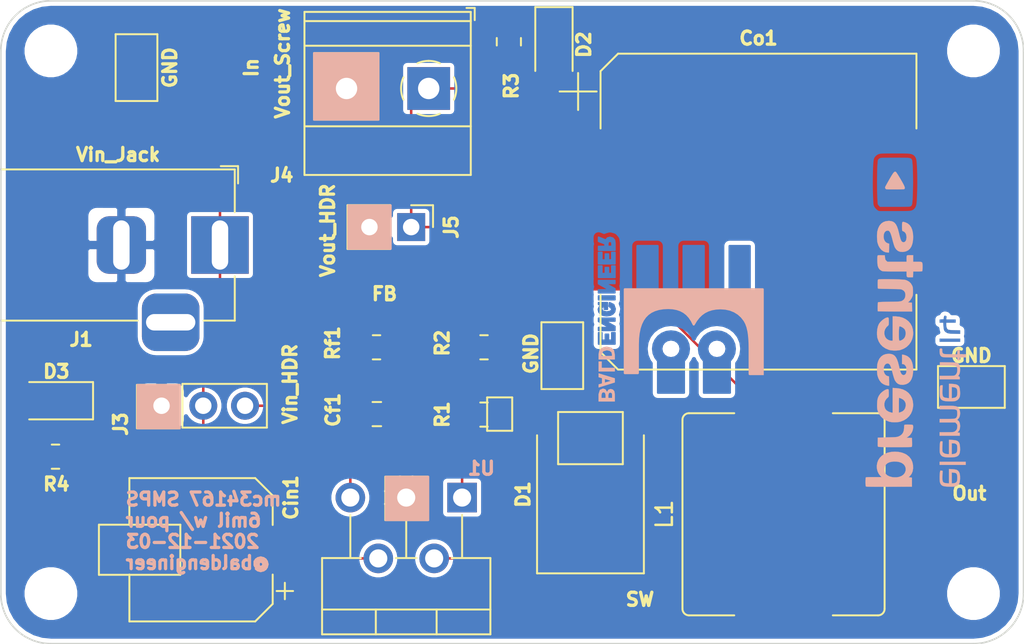
<source format=kicad_pcb>
(kicad_pcb (version 20171130) (host pcbnew "(5.1.10)-1")
  (layers (0 F.Cu signal hide) (31 B.Cu signal hide) (34 B.Paste user) (35 F.Paste user) (36 B.SilkS user) (37 F.SilkS user) (38 B.Mask user) (39 F.Mask user) (44 Edge.Cuts user))
  (net 0 "")
  (net 1 "Net-(Cf1-Pad2)")
  (net 2 /Comp)
  (net 3 GND)
  (net 4 /Vin)
  (net 5 /Vout)
  (net 6 /SW)
  (net 7 /Fb)
  (net 8 "Net-(D2-Pad2)")
  (net 9 "Net-(D3-Pad2)")
  (module "My Libraries:BE10v2" (layer B.Cu) (at 165.608 118.11 90)
    (fp_text reference svg2mod hide)
    (fp_text value G*** hide)
    (fp_poly (pts (xy 3.21 -4.483646) (xy 2.687226 -5.349923) (xy 2.809062 -5.164177) (xy 2.989492 -5.039274) (xy 3.21 -4.993561) (xy 3.431562 -5.039636) (xy 3.611875 -5.165143) (xy 3.733125 -5.351009) (xy 3.7775 -5.578161) (xy 3.733125 -5.806802) (xy 3.611875 -5.993433) (xy 3.431562 -6.119221) (xy 3.21 -6.165336) (xy 2.988437 -6.119221) (xy 2.808125 -5.993433) (xy 2.686875 -5.806802) (xy 2.6425 -5.578161) (xy 2.687226 -5.349923) (xy 3.21 -4.483646) (xy 2.933796 -4.521323) (xy 2.68537 -4.627102) (xy 2.4725 -4.790111) (xy 0.5375 -4.790111) (xy 0.5375 -6.366211) (xy 2.4725 -6.366211) (xy 2.684259 -6.530365) (xy 2.933241 -6.635572) (xy 3.21 -6.672675) (xy 3.492697 -6.633628) (xy 3.746574 -6.523402) (xy 3.961562 -6.352369) (xy 4.127592 -6.130903) (xy 4.234595 -5.869376) (xy 4.2725 -5.578161) (xy 4.234595 -5.286946) (xy 4.127592 -5.025419) (xy 3.961562 -4.803953) (xy 3.746574 -4.63292) (xy 3.492697 -4.522694) (xy 3.21 -4.483646)) (layer B.Cu) (width 0.134262))
    (fp_poly (pts (xy 6.83 -0.788051) (xy 9.465 -0.788051) (xy 9.465 -2.011331) (xy 6.83 -2.011331) (xy 6.83 -0.788051)) (layer B.Cu) (width 0.134262))
    (fp_poly (pts (xy 6.83 -3.587432) (xy 9.465 -3.587432) (xy 9.465 -4.810713) (xy 6.83 -4.810713) (xy 6.83 -3.587432)) (layer B.Cu) (width 0.134262))
    (fp_poly (pts (xy 6.83 -6.39454) (xy 9.465 -6.39454) (xy 9.465 -7.617821) (xy 6.83 -7.617821) (xy 6.83 -6.39454)) (layer B.Cu) (width 0.134262))
    (fp_poly (pts (xy 3.21 -1.689415) (xy 2.687226 -2.555289) (xy 2.809062 -2.368658) (xy 2.989492 -2.242869) (xy 3.21 -2.196755) (xy 3.431562 -2.242869) (xy 3.611875 -2.368658) (xy 3.733125 -2.555289) (xy 3.7775 -2.78393) (xy 3.733125 -3.011082) (xy 3.611875 -3.196948) (xy 3.431562 -3.322455) (xy 3.21 -3.368529) (xy 2.988437 -3.322455) (xy 2.808125 -3.196948) (xy 2.686875 -3.011082) (xy 2.6425 -2.78393) (xy 2.687226 -2.555289) (xy 3.21 -1.689415) (xy 2.933796 -1.727091) (xy 2.68537 -1.832871) (xy 2.4725 -1.995879) (xy 0.5375 -1.995879) (xy 0.5375 -3.57198) (xy 2.4725 -3.57198) (xy 2.684259 -3.736134) (xy 2.933241 -3.841341) (xy 3.21 -3.878444) (xy 3.492697 -3.839397) (xy 3.746574 -3.729171) (xy 3.961562 -3.558138) (xy 4.127592 -3.336672) (xy 4.234595 -3.075145) (xy 4.2725 -2.78393) (xy 4.234595 -2.492715) (xy 4.127592 -2.231188) (xy 3.961562 -2.009722) (xy 3.746574 -1.838689) (xy 3.492697 -1.728463) (xy 3.21 -1.689415)) (layer B.Cu) (width 0.134262))
    (fp_poly (pts (xy 4.19 -9.178469) (xy 3.73 -9.178469) (xy 3.73 -9.38192) (xy 4.0925 -9.38192) (xy 4.0925 -9.569919) (xy 3.73 -9.569919) (xy 3.73 -9.786247) (xy 4.19 -9.786247) (xy 4.19 -9.984547) (xy 3.5 -9.984547) (xy 3.5 -8.987895) (xy 4.19 -8.987895) (xy 4.19 -9.178469)) (layer B.Cu) (width 0.095901))
    (fp_poly (pts (xy 5.07 -8.99047) (xy 5.07 -9.987123) (xy 4.8775 -9.987123) (xy 4.5 -9.312387) (xy 4.502487 -9.345866) (xy 4.504974 -9.389646) (xy 4.504974 -9.987123) (xy 4.327474 -9.987123) (xy 4.327474 -8.99047) (xy 4.572474 -8.99047) (xy 4.902474 -9.577645) (xy 4.897473 -9.510687) (xy 4.897473 -8.99047) (xy 5.07 -8.99047)) (layer B.Cu) (width 0.095901))
    (fp_poly (pts (xy 6.02 -9.454029) (xy 6.02 -9.987123) (xy 5.9175 -9.987123) (xy 5.885 -9.871233) (xy 5.62 -9.999999) (xy 5.451875 -9.965232) (xy 5.325 -9.860931) (xy 5.24625 -9.700939) (xy 5.22 -9.500386) (xy 5.248125 -9.285346) (xy 5.3325 -9.116662) (xy 5.465312 -9.00882) (xy 5.6375 -8.972443) (xy 5.8975 -9.065155) (xy 6.0175 -9.314962) (xy 5.8025 -9.34329) (xy 5.635 -9.163017) (xy 5.495 -9.248003) (xy 5.4475 -9.492659) (xy 5.4975 -9.727014) (xy 5.6425 -9.806849) (xy 5.75 -9.765644) (xy 5.7975 -9.634303) (xy 5.615 -9.634303) (xy 5.615 -9.448879) (xy 6.02 -9.448879) (xy 6.02 -9.454029)) (layer B.Cu) (width 0.095901))
    (fp_poly (pts (xy 6.4225 -8.99047) (xy 6.4225 -9.987123) (xy 6.1975 -9.987123) (xy 6.1975 -8.99047) (xy 6.4225 -8.99047)) (layer B.Cu) (width 0.095901))
    (fp_poly (pts (xy 7.3625 -8.99047) (xy 7.3625 -9.987123) (xy 7.17 -9.987123) (xy 6.7925 -9.314962) (xy 6.794987 -9.348441) (xy 6.797474 -9.392222) (xy 6.797474 -9.989698) (xy 6.619974 -9.989698) (xy 6.619974 -8.993046) (xy 6.864974 -8.993046) (xy 7.194974 -9.580221) (xy 7.189973 -9.513262) (xy 7.189973 -8.993046) (xy 7.362473 -8.993046) (xy 7.3625 -8.99047)) (layer B.Cu) (width 0.095901))
    (fp_poly (pts (xy 8.2475 -9.178469) (xy 7.7875 -9.178469) (xy 7.7875 -9.38192) (xy 8.15 -9.38192) (xy 8.15 -9.569919) (xy 7.7875 -9.569919) (xy 7.7875 -9.786247) (xy 8.2475 -9.786247) (xy 8.2475 -9.984547) (xy 7.5575 -9.984547) (xy 7.5575 -8.987895) (xy 8.2475 -8.987895) (xy 8.2475 -9.178469)) (layer B.Cu) (width 0.095901))
    (fp_poly (pts (xy 9.075 -9.178469) (xy 8.615 -9.178469) (xy 8.615 -9.38192) (xy 8.975 -9.38192) (xy 8.975 -9.569919) (xy 8.6125 -9.569919) (xy 8.6125 -9.786247) (xy 9.075 -9.786247) (xy 9.075 -9.984547) (xy 8.385 -9.984547) (xy 8.385 -8.987895) (xy 9.075 -8.987895) (xy 9.075 -9.178469)) (layer B.Cu) (width 0.095901))
    (fp_poly (pts (xy 9.4375 -9.590522) (xy 9.4375 -9.423126) (xy 9.5775 -9.423126) (xy 9.6775 -9.412825) (xy 9.7325 -9.369045) (xy 9.7575 -9.291785) (xy 9.7325 -9.2171) (xy 9.68 -9.175895) (xy 9.5725 -9.168169) (xy 9.4375 -9.168168) (xy 9.4375 -9.423126) (xy 9.4375 -9.590522) (xy 9.4375 -9.984547) (xy 9.21 -9.984547) (xy 9.21 -8.987895) (xy 9.635 -8.987895) (xy 9.825 -9.016224) (xy 9.9425 -9.119237) (xy 9.99 -9.286633) (xy 9.948437 -9.440509) (xy 9.8225 -9.544166) (xy 10 -9.984547) (xy 9.75 -9.984547) (xy 9.6025 -9.590522) (xy 9.4375 -9.590522)) (layer B.Cu) (width 0.095901))
  )
  (module "e14 Presents KiCad Footprints:e14presents logo 20mm silk and copper v1" (layer B.Cu) (at 175.514 114.086019 90)
    (fp_text reference Ref** hide)
    (fp_text value Val** hide)
    (fp_poly (pts (xy 9.514998 -0.757888) (xy 9.72683 -0.760531) (xy 9.929355 -0.765047) (xy 10.117884 -0.771306) (xy 10.287728 -0.779178) (xy 10.434196 -0.788532) (xy 10.5526 -0.799239) (xy 10.638248 -0.811167) (xy 10.686452 -0.824187) (xy 10.687538 -0.824731) (xy 10.716806 -0.840649) (xy 10.741081 -0.857967) (xy 10.760829 -0.880549) (xy 10.776517 -0.912257) (xy 10.788611 -0.956956) (xy 10.797579 -1.01851) (xy 10.803886 -1.100781) (xy 10.807999 -1.207635) (xy 10.810386 -1.342933) (xy 10.811511 -1.51054) (xy 10.811842 -1.71432) (xy 10.811854 -1.854207) (xy 10.811756 -2.070017) (xy 10.811379 -2.247609) (xy 10.810539 -2.391096) (xy 10.809052 -2.504593) (xy 10.806733 -2.592215) (xy 10.803397 -2.658077) (xy 10.79886 -2.706292) (xy 10.792936 -2.740976) (xy 10.785443 -2.766243) (xy 10.776193 -2.786208) (xy 10.769511 -2.797703) (xy 10.727425 -2.849401) (xy 10.680057 -2.88467) (xy 10.674262 -2.887167) (xy 10.623255 -2.898365) (xy 10.534827 -2.908585) (xy 10.413877 -2.917734) (xy 10.265308 -2.925723) (xy 10.094022 -2.93246) (xy 9.904919 -2.937855) (xy 9.702901 -2.941817) (xy 9.492871 -2.944254) (xy 9.279729 -2.945077) (xy 9.068376 -2.944193) (xy 8.863716 -2.941512) (xy 8.670648 -2.936944) (xy 8.494076 -2.930397) (xy 8.45185 -2.928378) (xy 8.335192 -2.922655) (xy 8.225545 -2.91754) (xy 8.133938 -2.913532) (xy 8.071399 -2.911125) (xy 8.063442 -2.910883) (xy 7.995127 -2.902056) (xy 7.941041 -2.873758) (xy 7.8994 -2.836334) (xy 7.827434 -2.764367) (xy 7.827434 -1.856793) (xy 7.827436 -1.853) (xy 8.906934 -1.853) (xy 8.907031 -2.015157) (xy 8.90762 -2.140209) (xy 8.90914 -2.233383) (xy 8.912034 -2.299907) (xy 8.916744 -2.345008) (xy 8.923711 -2.373914) (xy 8.933378 -2.391853) (xy 8.946185 -2.404052) (xy 8.953977 -2.409683) (xy 8.990849 -2.433944) (xy 9.007894 -2.442634) (xy 9.02735 -2.432505) (xy 9.07834 -2.404051) (xy 9.155766 -2.360169) (xy 9.254532 -2.303757) (xy 9.369543 -2.237712) (xy 9.456594 -2.187527) (xy 9.581515 -2.114743) (xy 9.694915 -2.047426) (xy 9.791367 -1.988899) (xy 9.865444 -1.942483) (xy 9.911719 -1.911501) (xy 9.924372 -1.90115) (xy 9.938992 -1.875388) (xy 9.937873 -1.847897) (xy 9.91777 -1.815983) (xy 9.875439 -1.776955) (xy 9.807634 -1.728119) (xy 9.711111 -1.666785) (xy 9.582624 -1.59026) (xy 9.473605 -1.527175) (xy 9.34929 -1.456749) (xy 9.235373 -1.394061) (xy 9.137534 -1.342088) (xy 9.061451 -1.303807) (xy 9.012803 -1.282195) (xy 8.999167 -1.278467) (xy 8.971737 -1.280377) (xy 8.950354 -1.289223) (xy 8.934266 -1.309677) (xy 8.922725 -1.346408) (xy 8.914979 -1.40409) (xy 8.910279 -1.487394) (xy 8.907876 -1.600991) (xy 8.907018 -1.749553) (xy 8.906934 -1.853) (xy 7.827436 -1.853) (xy 7.827594 -1.633324) (xy 7.828165 -1.448378) (xy 7.829276 -1.298143) (xy 7.831061 -1.17881) (xy 7.833651 -1.086568) (xy 7.837178 -1.017608) (xy 7.841774 -0.968118) (xy 7.84757 -0.934289) (xy 7.854699 -0.91231) (xy 7.860468 -0.902056) (xy 7.882341 -0.873701) (xy 7.907246 -0.85062) (xy 7.939769 -0.832056) (xy 7.984491 -0.817252) (xy 8.045999 -0.805451) (xy 8.128875 -0.795897) (xy 8.237704 -0.787833) (xy 8.37707 -0.780501) (xy 8.551556 -0.773145) (xy 8.668409 -0.768654) (xy 8.870567 -0.762502) (xy 9.082177 -0.758743) (xy 9.298551 -0.757249) (xy 9.514998 -0.757888)) (layer B.Cu) (width 0.01))
    (fp_poly (pts (xy -0.194733 0.859366) (xy -0.385233 0.859366) (xy -0.385233 2.1082) (xy -0.194733 2.1082) (xy -0.194733 0.859366)) (layer B.Cu) (width 0.01))
    (fp_poly (pts (xy 0.316932 1.764241) (xy 0.322588 1.601748) (xy 0.331013 1.481291) (xy 0.342225 1.402665) (xy 0.352561 1.370866) (xy 0.406331 1.316429) (xy 0.494127 1.279685) (xy 0.61069 1.262558) (xy 0.651254 1.261533) (xy 0.778934 1.261533) (xy 0.778934 1.833033) (xy 0.969434 1.833033) (xy 0.969434 1.263528) (xy 1.072124 1.27569) (xy 1.134262 1.281178) (xy 1.167003 1.275763) (xy 1.182724 1.255389) (xy 1.188252 1.237651) (xy 1.199134 1.182453) (xy 1.1894 1.150231) (xy 1.151481 1.131826) (xy 1.091142 1.120157) (xy 0.980017 1.102552) (xy 0.967321 0.859366) (xy 0.778934 0.859366) (xy 0.778934 1.088113) (xy 0.583142 1.095541) (xy 0.446435 1.10602) (xy 0.343672 1.128016) (xy 0.267208 1.165149) (xy 0.209395 1.221041) (xy 0.165541 1.293283) (xy 0.145918 1.335848) (xy 0.131597 1.377617) (xy 0.121524 1.426585) (xy 0.114646 1.490748) (xy 0.109909 1.578101) (xy 0.106259 1.69664) (xy 0.10489 1.753658) (xy 0.096715 2.1082) (xy 0.308916 2.1082) (xy 0.316932 1.764241)) (layer B.Cu) (width 0.01))
  )
  (module Inductor_SMD:L_Bourns_SRR1210A (layer F.Cu) (at 166.878 124.968 90)
    (fp_text reference L1 (at 0 -7.25 90) (layer F.SilkS))
    (fp_text value 180u)
    (pad 1 smd rect (at -5.05 0 90) (size 2.8 5.3) (layers F.Cu F.Paste F.Mask) (net 6 /SW))
    (pad 2 smd rect (at 5.05 0 90) (size 2.8 5.3) (layers F.Cu F.Paste F.Mask) (net 5 /Vout))
  )
  (module "My Libraries:Harwin-S1751-46-Test-Point" (layer F.Cu) (at 127.508 97.79 90)
    (fp_text reference TP7 hide)
    (fp_text value GND (at -0.000001 2.032 90) (layer F.SilkS) (effects (font (size 0.8 0.8) (thickness 0.2))))
    (pad 1 smd rect (at 0 0 90) (size 3.45 1.85) (layers F.Cu F.Paste F.Mask) (net 3 GND))
  )
  (module "My Libraries:Harwin-S1751-46-Test-Point" (layer F.Cu) (at 153.416 115.316 90)
    (fp_text reference TP6 hide)
    (fp_text value GND (at 0.127 -1.905 270) (layer F.SilkS) (effects (font (size 0.8 0.8) (thickness 0.2))))
    (pad 1 smd rect (at 0 0 90) (size 3.45 1.85) (layers F.Cu F.Paste F.Mask) (net 3 GND))
  )
  (module "My Libraries:Harwin-S1751-46-Test-Point" (layer F.Cu) (at 178.308 117.221)
    (fp_text reference TP5 hide)
    (fp_text value GND (at 0 -1.905) (layer F.SilkS) (effects (font (size 0.8 0.8) (thickness 0.2))))
    (pad 1 smd rect (at 0 0) (size 3.45 1.85) (layers F.Cu F.Paste F.Mask) (net 3 GND))
  )
  (module MountingHole:MountingHole_2.7mm_M2.5 (layer F.Cu) (at 178.435 96.774)
    (fp_text reference H4 hide)
    (fp_text value MountingHole)
    (pad 1 np_thru_hole circle (at 0 0) (size 2.7 2.7) (drill 2.7) (layers *.Cu *.Mask))
  )
  (module MountingHole:MountingHole_2.7mm_M2.5 (layer F.Cu) (at 122.301 129.794)
    (fp_text reference H3 hide)
    (fp_text value MountingHole)
    (pad 1 np_thru_hole circle (at 0 0) (size 2.7 2.7) (drill 2.7) (layers *.Cu *.Mask))
  )
  (module MountingHole:MountingHole_2.7mm_M2.5 (layer F.Cu) (at 178.435 129.794)
    (fp_text reference H2 hide)
    (fp_text value MountingHole)
    (pad 1 np_thru_hole circle (at 0 0) (size 2.7 2.7) (drill 2.7) (layers *.Cu *.Mask))
  )
  (module MountingHole:MountingHole_2.7mm_M2.5 (layer F.Cu) (at 122.301 96.774)
    (fp_text reference H1 hide)
    (fp_text value MountingHole)
    (pad 1 np_thru_hole circle (at 0 0) (size 2.7 2.7) (drill 2.7) (layers *.Cu *.Mask))
  )
  (module Resistor_SMD:R_0805_2012Metric (layer F.Cu) (at 122.5804 121.4628 180)
    (fp_text reference R4 (at -0.0508 -1.6764) (layer F.SilkS) (effects (font (size 0.8 0.8) (thickness 0.2))))
    (fp_text value k)
    (pad 2 smd roundrect (at 0.9125 0 180) (size 1.025 1.4) (layers F.Cu F.Paste F.Mask) (roundrect_rratio 0.243902) (net 9 "Net-(D3-Pad2)"))
    (pad 1 smd roundrect (at -0.9125 0 180) (size 1.025 1.4) (layers F.Cu F.Paste F.Mask) (roundrect_rratio 0.243902) (net 4 /Vin))
  )
  (module Resistor_SMD:R_0805_2012Metric (layer F.Cu) (at 150.1648 96.2152 90)
    (fp_text reference R3 (at -2.6924 0.1524 90) (layer F.SilkS) (effects (font (size 0.8 0.8) (thickness 0.2))))
    (fp_text value k)
    (pad 2 smd roundrect (at 0.9125 0 90) (size 1.025 1.4) (layers F.Cu F.Paste F.Mask) (roundrect_rratio 0.243902) (net 8 "Net-(D2-Pad2)"))
    (pad 1 smd roundrect (at -0.9125 0 90) (size 1.025 1.4) (layers F.Cu F.Paste F.Mask) (roundrect_rratio 0.243902) (net 5 /Vout))
  )
  (module LED_SMD:LED_1206_3216Metric (layer F.Cu) (at 122.5804 118.0592 180)
    (fp_text reference D3 (at -0.0508 1.778) (layer F.SilkS) (effects (font (size 0.8 0.8) (thickness 0.2))))
    (fp_text value Vin)
    (pad 2 smd roundrect (at 1.4 0 180) (size 1.25 1.75) (layers F.Cu F.Paste F.Mask) (roundrect_rratio 0.2) (net 9 "Net-(D3-Pad2)"))
    (pad 1 smd roundrect (at -1.4 0 180) (size 1.25 1.75) (layers F.Cu F.Paste F.Mask) (roundrect_rratio 0.2) (net 3 GND))
  )
  (module LED_SMD:LED_1206_3216Metric (layer F.Cu) (at 152.908 96.393 270)
    (fp_text reference D2 (at 0 -1.82 90) (layer F.SilkS) (effects (font (size 0.8 0.8) (thickness 0.2))))
    (fp_text value Vout)
    (pad 2 smd roundrect (at 1.4 0 270) (size 1.25 1.75) (layers F.Cu F.Paste F.Mask) (roundrect_rratio 0.2) (net 8 "Net-(D2-Pad2)"))
    (pad 1 smd roundrect (at -1.4 0 270) (size 1.25 1.75) (layers F.Cu F.Paste F.Mask) (roundrect_rratio 0.2) (net 3 GND))
  )
  (module TerminalBlock_Phoenix:TerminalBlock_Phoenix_MKDS-1,5-2_1x02_P5.00mm_Horizontal (layer F.Cu) (at 145.288 99.06 180)
    (fp_text reference J4 (at 8.9408 -5.2832) (layer F.SilkS) (effects (font (size 0.8 0.8) (thickness 0.2))))
    (fp_text value Vout_Screw (at 8.89 1.524 90) (layer F.SilkS) (effects (font (size 0.8 0.8) (thickness 0.2))))
    (pad 2 thru_hole circle (at 5 0 180) (size 2.6 2.6) (drill 1.3) (layers *.Cu *.Mask) (net 3 GND))
    (pad 1 thru_hole rect (at 0 0 180) (size 2.6 2.6) (drill 1.3) (layers *.Cu *.Mask) (net 5 /Vout))
  )
  (module Connector_PinHeader_2.54mm:PinHeader_1x03_P2.54mm_Vertical (layer F.Cu) (at 129.032 118.364 90)
    (fp_text reference J3 (at -1.1176 -2.4892 270) (layer F.SilkS) (effects (font (size 0.8 0.8) (thickness 0.2))))
    (fp_text value Vin_HDR (at 1.3208 7.8232 90) (layer F.SilkS) (effects (font (size 0.8 0.8) (thickness 0.2))))
    (pad 3 thru_hole oval (at 0 5.08 90) (size 1.7 1.7) (drill 1) (layers *.Cu *.Mask) (net 2 /Comp))
    (pad 2 thru_hole oval (at 0 2.54 90) (size 1.7 1.7) (drill 1) (layers *.Cu *.Mask) (net 4 /Vin))
    (pad 1 thru_hole rect (at 0 0 90) (size 1.7 1.7) (drill 1) (layers *.Cu *.Mask) (net 3 GND))
  )
  (module Package_TO_SOT_THT:TO-220-5_P3.4x3.7mm_StaggerOdd_Lead3.8mm_Vertical (layer F.Cu) (at 147.32 123.952 180)
    (fp_text reference U1 (at -1.1684 1.778) (layer B.SilkS) (effects (font (size 0.8 0.8) (thickness 0.2)) (justify mirror)))
    (fp_text value MC34167)
    (pad 5 thru_hole oval (at 6.8 0 180) (size 1.8 1.8) (drill 1.1) (layers *.Cu *.Mask) (net 2 /Comp))
    (pad 4 thru_hole oval (at 5.1 -3.7 180) (size 1.8 1.8) (drill 1.1) (layers *.Cu *.Mask) (net 4 /Vin))
    (pad 3 thru_hole oval (at 3.4 0 180) (size 1.8 1.8) (drill 1.1) (layers *.Cu *.Mask) (net 3 GND))
    (pad 2 thru_hole oval (at 1.7 -3.7 180) (size 1.8 1.8) (drill 1.1) (layers *.Cu *.Mask) (net 6 /SW))
    (pad 1 thru_hole rect (at 0 0 180) (size 1.8 1.8) (drill 1.1) (layers *.Cu *.Mask) (net 7 /Fb))
  )
  (module "My Libraries:Harwin-S1751-46-Test-Point" (layer F.Cu) (at 178.308 121.793 180)
    (fp_text reference TP4 hide)
    (fp_text value Out (at 0.127 -1.905) (layer F.SilkS) (effects (font (size 0.8 0.8) (thickness 0.2))))
    (pad 1 smd rect (at 0 0 180) (size 3.45 1.85) (layers F.Cu F.Paste F.Mask) (net 5 /Vout))
  )
  (module "My Libraries:Harwin-S1751-46-Test-Point" (layer F.Cu) (at 155.1305 130.2385)
    (fp_text reference TP3 hide)
    (fp_text value SW (at 3.0099 -0.0889) (layer F.SilkS) (effects (font (size 0.8 0.8) (thickness 0.2))))
    (pad 1 smd rect (at 0 0) (size 3.45 1.85) (layers F.Cu F.Paste F.Mask) (net 6 /SW))
  )
  (module "My Libraries:Harwin-S1751-46-Test-Point" (layer F.Cu) (at 145.288 111.5568)
    (fp_text reference TP2 hide)
    (fp_text value FB (at -2.6924 0) (layer F.SilkS) (effects (font (size 0.8 0.8) (thickness 0.2))))
    (pad 1 smd rect (at 0 0) (size 3.45 1.85) (layers F.Cu F.Paste F.Mask) (net 7 /Fb))
  )
  (module "My Libraries:Harwin-S1751-46-Test-Point" (layer F.Cu) (at 132.715 97.79 270)
    (fp_text reference TP1 hide)
    (fp_text value In (at 0 -1.778 90) (layer F.SilkS) (effects (font (size 0.8 0.8) (thickness 0.2))))
    (pad 1 smd rect (at 0 0 270) (size 3.45 1.85) (layers F.Cu F.Paste F.Mask) (net 4 /Vin))
  )
  (module Resistor_SMD:R_0805_2012Metric (layer F.Cu) (at 142.113 114.808 180)
    (fp_text reference Rf1 (at 2.667 0.254 90) (layer F.SilkS) (effects (font (size 0.8 0.8) (thickness 0.2))))
    (fp_text value 68k)
    (pad 2 smd roundrect (at 0.9125 0 180) (size 1.025 1.4) (layers F.Cu F.Paste F.Mask) (roundrect_rratio 0.243902) (net 1 "Net-(Cf1-Pad2)"))
    (pad 1 smd roundrect (at -0.9125 0 180) (size 1.025 1.4) (layers F.Cu F.Paste F.Mask) (roundrect_rratio 0.243902) (net 7 /Fb))
  )
  (module Resistor_SMD:R_0805_2012Metric (layer F.Cu) (at 148.6535 114.808 180)
    (fp_text reference R2 (at 2.54 0.254 90) (layer F.SilkS) (effects (font (size 0.8 0.8) (thickness 0.2))))
    (fp_text value 6.8k)
    (pad 2 smd roundrect (at 0.9125 0 180) (size 1.025 1.4) (layers F.Cu F.Paste F.Mask) (roundrect_rratio 0.243902) (net 7 /Fb))
    (pad 1 smd roundrect (at -0.9125 0 180) (size 1.025 1.4) (layers F.Cu F.Paste F.Mask) (roundrect_rratio 0.243902) (net 5 /Vout))
  )
  (module Resistor_SMD:R_0805_2012Metric (layer F.Cu) (at 148.6535 118.902)
    (fp_text reference R1 (at -2.54 0 90) (layer F.SilkS) (effects (font (size 0.8 0.8) (thickness 0.2))))
    (fp_text value k)
    (pad 2 smd roundrect (at 0.9125 0) (size 1.025 1.4) (layers F.Cu F.Paste F.Mask) (roundrect_rratio 0.243902) (net 3 GND))
    (pad 1 smd roundrect (at -0.9125 0) (size 1.025 1.4) (layers F.Cu F.Paste F.Mask) (roundrect_rratio 0.243902) (net 7 /Fb))
  )
  (module Connector_PinHeader_2.54mm:PinHeader_1x02_P2.54mm_Vertical (layer F.Cu) (at 144.2212 107.4928 270)
    (fp_text reference J5 (at 0 -2.4384 90) (layer F.SilkS) (effects (font (size 0.8 0.8) (thickness 0.2))))
    (fp_text value Vout_HDR (at 0.2032 5.08 90) (layer F.SilkS) (effects (font (size 0.8 0.8) (thickness 0.2))))
    (pad 2 thru_hole oval (at 0 2.54 270) (size 1.7 1.7) (drill 1) (layers *.Cu *.Mask) (net 3 GND))
    (pad 1 thru_hole rect (at 0 0 270) (size 1.7 1.7) (drill 1) (layers *.Cu *.Mask) (net 5 /Vout))
  )
  (module Connector_BarrelJack:BarrelJack_Horizontal (layer F.Cu) (at 132.588 108.585)
    (fp_text reference J1 (at -8.45 5.75) (layer F.SilkS) (effects (font (size 0.8 0.8) (thickness 0.2))))
    (fp_text value Vin_Jack (at -6.2 -5.5) (layer F.SilkS) (effects (font (size 0.8 0.8) (thickness 0.2))))
    (pad 3 thru_hole roundrect (at -3 4.7) (size 3.5 3.5) (drill oval 3 1) (layers *.Cu *.Mask))
    (pad 2 thru_hole roundrect (at -6 0) (size 3 3.5) (drill oval 1 3) (layers *.Cu *.Mask) (net 3 GND))
    (pad 1 thru_hole rect (at 0 0) (size 3.5 3.5) (drill oval 1 3) (layers *.Cu *.Mask) (net 4 /Vin))
  )
  (module Diode_SMD:D_SMC (layer F.Cu) (at 155.1305 123.7615 90)
    (fp_text reference D1 (at 0 -4.1 90) (layer F.SilkS) (effects (font (size 0.8 0.8) (thickness 0.2))))
    (fp_text value 50V,5A)
    (pad 2 smd rect (at 3.4 0 180) (size 3.3 2.5) (layers F.Cu F.Paste F.Mask) (net 3 GND))
    (pad 1 smd rect (at -3.4 0 180) (size 3.3 2.5) (layers F.Cu F.Paste F.Mask) (net 6 /SW))
  )
  (module Capacitor_SMD:CP_Elec_18x17.5 (layer F.Cu) (at 165.354 106.553)
    (fp_text reference Co1 (at 0 -10.55) (layer F.SilkS) (effects (font (size 0.8 0.8) (thickness 0.2))))
    (fp_text value 4700u)
    (pad 2 smd roundrect (at 6.75 0) (size 8.8 9.6) (layers F.Cu F.Paste F.Mask) (roundrect_rratio 0.028409) (net 3 GND))
    (pad 1 smd roundrect (at -6.75 0) (size 8.8 9.6) (layers F.Cu F.Paste F.Mask) (roundrect_rratio 0.028409) (net 5 /Vout))
  )
  (module Capacitor_SMD:CP_Elec_8x10.5 (layer F.Cu) (at 131.435 127.127 180)
    (fp_text reference Cin1 (at -5.471 3.175 90) (layer F.SilkS) (effects (font (size 0.8 0.8) (thickness 0.2))))
    (fp_text value 300u)
    (pad 2 smd roundrect (at 3.7 0 180) (size 4.4 2.5) (layers F.Cu F.Paste F.Mask) (roundrect_rratio 0.1) (net 3 GND))
    (pad 1 smd roundrect (at -3.7 0 180) (size 4.4 2.5) (layers F.Cu F.Paste F.Mask) (roundrect_rratio 0.1) (net 4 /Vin))
  )
  (module Capacitor_SMD:C_0805_2012Metric (layer F.Cu) (at 142.133 118.872)
    (fp_text reference Cf1 (at -2.667 -0.254 90) (layer F.SilkS) (effects (font (size 0.8 0.8) (thickness 0.2))))
    (fp_text value 100n)
    (pad 2 smd roundrect (at 0.95 0) (size 1 1.45) (layers F.Cu F.Paste F.Mask) (net 1 "Net-(Cf1-Pad2)"))
    (pad 1 smd roundrect (at -0.95 0) (size 1 1.45) (layers F.Cu F.Paste F.Mask) (net 2 /Comp))
  )
  (gr_poly (pts (xy 127.5588 119.744801) (xy 130.1588 119.7448) (xy 130.1588 117.0848) (xy 127.5588 117.084801)) (layer B.SilkS) (width 0.1))
  (gr_poly (pts (xy 130.1242 119.7448) (xy 127.5242 119.7448) (xy 127.5242 117.0848) (xy 130.1242 117.0848)) (layer F.SilkS) (width 0.1))
  (gr_poly (pts (xy 142.6718 125.332801) (xy 145.2718 125.3328) (xy 145.2718 122.6728) (xy 142.6718 122.672801)) (layer B.SilkS) (width 0.1))
  (gr_poly (pts (xy 145.2372 125.3328) (xy 142.6372 125.3328) (xy 142.6372 122.6728) (xy 145.2372 122.6728)) (layer F.SilkS) (width 0.1))
  (gr_poly (pts (xy 140.3858 108.822801) (xy 142.9858 108.8228) (xy 142.9858 106.1628) (xy 140.3858 106.162801)) (layer B.SilkS) (width 0.1))
  (gr_poly (pts (xy 142.9512 108.8228) (xy 140.3512 108.8228) (xy 140.3512 106.1628) (xy 142.9512 106.1628)) (layer F.SilkS) (width 0.1))
  (gr_poly (pts (xy 138.302999 100.965) (xy 142.24 100.965) (xy 142.24 96.901) (xy 138.302999 96.901)) (layer B.SilkS) (width 0.1))
  (gr_poly (pts (xy 142.24 100.965) (xy 138.303 100.965) (xy 138.303 96.901) (xy 142.24 96.901)) (layer F.SilkS) (width 0.1))
  (gr_line (start 125.222 128.651) (end 125.222 125.603) (layer F.SilkS) (width 0.12))
  (gr_line (start 130.175 128.651) (end 125.222 128.651) (layer F.SilkS) (width 0.12))
  (gr_line (start 130.175 125.603) (end 130.175 128.651) (layer F.SilkS) (width 0.12))
  (gr_line (start 125.222 125.603) (end 130.175 125.603) (layer F.SilkS) (width 0.12))
  (gr_line (start 148.844 119.888) (end 148.844 117.856) (layer F.SilkS) (width 0.12))
  (gr_line (start 150.368 119.888) (end 148.844 119.888) (layer F.SilkS) (width 0.12))
  (gr_line (start 150.368 117.856) (end 150.368 119.888) (layer F.SilkS) (width 0.12))
  (gr_line (start 148.844 117.856) (end 150.368 117.856) (layer F.SilkS) (width 0.12))
  (gr_line (start 153.162 121.92) (end 153.162 118.745) (layer F.SilkS) (width 0.12))
  (gr_line (start 157.099 121.92) (end 153.162 121.92) (layer F.SilkS) (width 0.12))
  (gr_line (start 157.099 118.745) (end 157.099 121.92) (layer F.SilkS) (width 0.12))
  (gr_line (start 153.162 118.745) (end 157.099 118.745) (layer F.SilkS) (width 0.12))
  (gr_line (start 176.276 115.950999) (end 180.34 115.950999) (layer F.SilkS) (width 0.12))
  (gr_line (start 176.276 118.491) (end 176.276 115.950999) (layer F.SilkS) (width 0.12))
  (gr_line (start 180.34 118.491) (end 176.276 118.491) (layer F.SilkS) (width 0.12))
  (gr_line (start 180.34 115.950999) (end 180.34 118.491) (layer F.SilkS) (width 0.12))
  (gr_line (start 154.686 113.284) (end 154.686 117.348) (layer F.SilkS) (width 0.12))
  (gr_line (start 152.146 113.284) (end 154.686 113.284) (layer F.SilkS) (width 0.12))
  (gr_line (start 152.146 117.348) (end 152.146 113.284) (layer F.SilkS) (width 0.12))
  (gr_line (start 154.686 117.348) (end 152.146 117.348) (layer F.SilkS) (width 0.12))
  (gr_line (start 126.238 99.822) (end 126.238 95.758) (layer F.SilkS) (width 0.12))
  (gr_line (start 128.778 99.822) (end 126.238 99.822) (layer F.SilkS) (width 0.12))
  (gr_line (start 128.778 95.758) (end 128.778 99.822) (layer F.SilkS) (width 0.12))
  (gr_line (start 126.238 95.758) (end 128.778 95.758) (layer F.SilkS) (width 0.12))
  (gr_text "mc34167 SMPS\n6mil w/ pour\n2021-12-03\n@baldengineer" (at 126.746 125.984) (layer B.SilkS) (effects (font (size 0.8 0.8) (thickness 0.2)) (justify right mirror)))
  (gr_arc (start 178.435 96.773999) (end 181.482999 96.773999) (angle -90) (layer Edge.Cuts) (width 0.1))
  (gr_arc (start 178.435 129.794) (end 178.435 132.841999) (angle -90) (layer Edge.Cuts) (width 0.1))
  (gr_arc (start 122.301 129.794) (end 119.253001 129.794) (angle -90) (layer Edge.Cuts) (width 0.1))
  (gr_arc (start 122.301 96.774) (end 122.301 93.726) (angle -90) (layer Edge.Cuts) (width 0.1))
  (gr_line (start 181.483 96.774) (end 181.483 129.794) (layer Edge.Cuts) (width 0.1))
  (gr_line (start 122.301 93.726) (end 178.435 93.726) (layer Edge.Cuts) (width 0.1))
  (gr_line (start 119.253001 129.794) (end 119.253 96.774) (layer Edge.Cuts) (width 0.1))
  (gr_line (start 178.435 132.841999) (end 122.301 132.841999) (layer Edge.Cuts) (width 0.1))
  (segment (start 141.2005 116.9895) (end 143.083 118.872) (width 0.1524) (layer F.Cu) (net 1))
  (segment (start 141.2005 114.808) (end 141.2005 116.9895) (width 0.1524) (layer F.Cu) (net 1))
  (segment (start 141.183 118.872) (end 141.183 119.167) (width 0.1524) (layer F.Cu) (net 2))
  (segment (start 140.52 119.83) (end 140.52 123.952) (width 0.1524) (layer F.Cu) (net 2))
  (segment (start 141.183 119.167) (end 140.52 119.83) (width 0.1524) (layer F.Cu) (net 2))
  (segment (start 139.054 118.364) (end 140.52 119.83) (width 0.1524) (layer F.Cu) (net 2))
  (segment (start 134.112 118.364) (end 139.054 118.364) (width 0.1524) (layer F.Cu) (net 2))
  (segment (start 178.308 117.221) (end 178.308 107.188) (width 0.1524) (layer F.Cu) (net 3))
  (segment (start 177.673 106.553) (end 172.104 106.553) (width 0.1524) (layer F.Cu) (net 3))
  (segment (start 178.308 107.188) (end 177.673 106.553) (width 0.1524) (layer F.Cu) (net 3))
  (segment (start 155.1305 117.0305) (end 153.416 115.316) (width 0.1524) (layer F.Cu) (net 3))
  (segment (start 155.1305 120.3615) (end 155.1305 117.0305) (width 0.1524) (layer F.Cu) (net 3))
  (segment (start 149.83 118.902) (end 153.416 115.316) (width 0.1524) (layer F.Cu) (net 3))
  (segment (start 149.566 118.902) (end 149.83 118.902) (width 0.1524) (layer F.Cu) (net 3))
  (segment (start 143.92 123.952) (end 143.92 124.489) (width 0.1524) (layer F.Cu) (net 3))
  (segment (start 143.92 124.489) (end 145.542 126.111) (width 0.1524) (layer F.Cu) (net 3))
  (segment (start 145.542 126.111) (end 148.717 126.111) (width 0.1524) (layer F.Cu) (net 3))
  (segment (start 149.566 125.262) (end 149.566 118.902) (width 0.1524) (layer F.Cu) (net 3))
  (segment (start 148.717 126.111) (end 149.566 125.262) (width 0.1524) (layer F.Cu) (net 3))
  (segment (start 127.735 127.127) (end 125.476 127.127) (width 0.1524) (layer F.Cu) (net 3))
  (segment (start 125.476 127.127) (end 122.555 124.206) (width 0.1524) (layer F.Cu) (net 3))
  (segment (start 122.555 124.206) (end 121.031 124.206) (width 0.1524) (layer F.Cu) (net 3))
  (segment (start 121.031 124.206) (end 119.761 122.936) (width 0.1524) (layer F.Cu) (net 3))
  (segment (start 119.761 122.936) (end 119.761 116.967) (width 0.1524) (layer F.Cu) (net 3))
  (segment (start 119.761 116.967) (end 121.158 115.57) (width 0.1524) (layer F.Cu) (net 3))
  (segment (start 121.158 115.57) (end 123.444 115.57) (width 0.1524) (layer F.Cu) (net 3))
  (segment (start 123.9804 116.1064) (end 123.9804 118.0592) (width 0.1524) (layer F.Cu) (net 3))
  (segment (start 123.444 115.57) (end 123.9804 116.1064) (width 0.1524) (layer F.Cu) (net 3))
  (segment (start 128.7272 118.0592) (end 129.032 118.364) (width 0.1524) (layer F.Cu) (net 3))
  (segment (start 123.9804 118.0592) (end 128.7272 118.0592) (width 0.1524) (layer F.Cu) (net 3))
  (segment (start 127.508 97.79) (end 127.508 100.076) (width 0.1524) (layer F.Cu) (net 3))
  (segment (start 126.588 100.996) (end 126.588 108.585) (width 0.1524) (layer F.Cu) (net 3))
  (segment (start 127.508 100.076) (end 126.588 100.996) (width 0.1524) (layer F.Cu) (net 3))
  (segment (start 140.288 99.06) (end 140.288 99.902) (width 0.1524) (layer F.Cu) (net 3))
  (segment (start 141.6812 101.2952) (end 141.6812 107.4928) (width 0.1524) (layer F.Cu) (net 3))
  (segment (start 140.288 99.902) (end 141.6812 101.2952) (width 0.1524) (layer F.Cu) (net 3))
  (segment (start 155.1305 120.3615) (end 155.1305 122.3645) (width 0.1524) (layer F.Cu) (net 3))
  (segment (start 155.1305 122.3645) (end 157.226 124.46) (width 0.1524) (layer F.Cu) (net 3))
  (segment (start 157.226 124.46) (end 179.959 124.46) (width 0.1524) (layer F.Cu) (net 3))
  (segment (start 179.959 124.46) (end 180.721 123.698) (width 0.1524) (layer F.Cu) (net 3))
  (segment (start 180.721 123.698) (end 180.721 117.856) (width 0.1524) (layer F.Cu) (net 3))
  (segment (start 180.086 117.221) (end 178.308 117.221) (width 0.1524) (layer F.Cu) (net 3))
  (segment (start 180.721 117.856) (end 180.086 117.221) (width 0.1524) (layer F.Cu) (net 3))
  (segment (start 140.288 99.06) (end 140.288 98.505) (width 0.1524) (layer F.Cu) (net 3))
  (segment (start 140.288 98.505) (end 136.271 94.488) (width 0.1524) (layer F.Cu) (net 3))
  (segment (start 136.271 94.488) (end 128.143 94.488) (width 0.1524) (layer F.Cu) (net 3))
  (segment (start 127.508 95.123) (end 127.508 97.79) (width 0.1524) (layer F.Cu) (net 3))
  (segment (start 128.143 94.488) (end 127.508 95.123) (width 0.1524) (layer F.Cu) (net 3))
  (segment (start 152.908 94.993) (end 170.177 94.993) (width 0.1524) (layer F.Cu) (net 3))
  (segment (start 170.177 94.993) (end 172.085 96.901) (width 0.1524) (layer F.Cu) (net 3))
  (segment (start 172.085 106.534) (end 172.104 106.553) (width 0.1524) (layer F.Cu) (net 3))
  (segment (start 172.085 96.901) (end 172.085 106.534) (width 0.1524) (layer F.Cu) (net 3))
  (segment (start 126.588 113.4988) (end 123.9804 116.1064) (width 0.1524) (layer F.Cu) (net 3))
  (segment (start 126.588 108.585) (end 126.588 113.4988) (width 0.1524) (layer F.Cu) (net 3))
  (segment (start 152.908 94.993) (end 152.397 94.993) (width 0.1524) (layer F.Cu) (net 3))
  (segment (start 152.397 94.993) (end 151.638 94.234) (width 0.1524) (layer F.Cu) (net 3))
  (segment (start 151.638 94.234) (end 141.605 94.234) (width 0.1524) (layer F.Cu) (net 3))
  (segment (start 140.288 95.551) (end 140.288 99.06) (width 0.1524) (layer F.Cu) (net 3))
  (segment (start 141.605 94.234) (end 140.288 95.551) (width 0.1524) (layer F.Cu) (net 3))
  (segment (start 135.66 127.652) (end 135.135 127.127) (width 0.1524) (layer F.Cu) (net 4))
  (segment (start 142.22 127.652) (end 135.66 127.652) (width 0.1524) (layer F.Cu) (net 4))
  (segment (start 131.572 118.364) (end 131.572 123.564) (width 0.1524) (layer F.Cu) (net 4))
  (segment (start 129.4708 121.4628) (end 131.639 123.631) (width 0.1524) (layer F.Cu) (net 4))
  (segment (start 123.4929 121.4628) (end 129.4708 121.4628) (width 0.1524) (layer F.Cu) (net 4))
  (segment (start 131.639 123.631) (end 135.135 127.127) (width 0.1524) (layer F.Cu) (net 4))
  (segment (start 131.572 123.564) (end 131.639 123.631) (width 0.1524) (layer F.Cu) (net 4))
  (segment (start 131.572 118.364) (end 131.572 116.84) (width 0.1524) (layer F.Cu) (net 4))
  (segment (start 132.588 115.824) (end 132.588 108.585) (width 0.1524) (layer F.Cu) (net 4))
  (segment (start 131.572 116.84) (end 132.588 115.824) (width 0.1524) (layer F.Cu) (net 4))
  (segment (start 132.588 97.917) (end 132.715 97.79) (width 0.1524) (layer F.Cu) (net 4))
  (segment (start 132.588 108.585) (end 132.588 97.917) (width 0.1524) (layer F.Cu) (net 4))
  (segment (start 166.878 119.918) (end 168.686 119.918) (width 0.1524) (layer F.Cu) (net 5))
  (segment (start 170.561 121.793) (end 178.308 121.793) (width 0.1524) (layer F.Cu) (net 5))
  (segment (start 168.686 119.918) (end 170.561 121.793) (width 0.1524) (layer F.Cu) (net 5))
  (segment (start 144.2212 100.1268) (end 145.288 99.06) (width 0.1524) (layer F.Cu) (net 5))
  (segment (start 144.2212 107.4928) (end 144.2212 100.1268) (width 0.1524) (layer F.Cu) (net 5))
  (segment (start 148.2325 99.06) (end 150.1648 97.1277) (width 0.1524) (layer F.Cu) (net 5))
  (segment (start 145.288 99.06) (end 148.2325 99.06) (width 0.1524) (layer F.Cu) (net 5))
  (segment (start 144.2212 107.4928) (end 146.3548 107.4928) (width 0.1524) (layer F.Cu) (net 5))
  (segment (start 146.3548 107.4928) (end 149.479 110.617) (width 0.1524) (layer F.Cu) (net 5))
  (segment (start 149.479 114.721) (end 149.566 114.808) (width 0.1524) (layer F.Cu) (net 5))
  (segment (start 153.67 106.553) (end 149.479 110.744) (width 0.1524) (layer F.Cu) (net 5))
  (segment (start 158.604 106.553) (end 153.67 106.553) (width 0.1524) (layer F.Cu) (net 5))
  (segment (start 149.479 110.744) (end 149.479 114.721) (width 0.1524) (layer F.Cu) (net 5))
  (segment (start 149.479 110.617) (end 149.479 110.744) (width 0.1524) (layer F.Cu) (net 5))
  (segment (start 158.604 111.644) (end 166.878 119.918) (width 0.1524) (layer F.Cu) (net 5))
  (segment (start 158.604 106.553) (end 158.604 111.644) (width 0.1524) (layer F.Cu) (net 5))
  (segment (start 154.64 127.652) (end 155.1305 127.1615) (width 0.1524) (layer F.Cu) (net 6))
  (segment (start 145.62 127.652) (end 154.64 127.652) (width 0.1524) (layer F.Cu) (net 6))
  (segment (start 164.0215 127.1615) (end 166.878 130.018) (width 0.1524) (layer F.Cu) (net 6))
  (segment (start 155.1305 127.1615) (end 164.0215 127.1615) (width 0.1524) (layer F.Cu) (net 6))
  (segment (start 155.1305 130.2385) (end 155.1305 127.1615) (width 0.1524) (layer F.Cu) (net 6))
  (segment (start 147.32 119.323) (end 147.741 118.902) (width 0.1524) (layer F.Cu) (net 7))
  (segment (start 147.32 123.952) (end 147.32 119.323) (width 0.1524) (layer F.Cu) (net 7))
  (segment (start 143.0255 113.8193) (end 145.288 111.5568) (width 0.1524) (layer F.Cu) (net 7))
  (segment (start 143.0255 114.808) (end 143.0255 113.8193) (width 0.1524) (layer F.Cu) (net 7))
  (segment (start 145.288 112.355) (end 147.741 114.808) (width 0.1524) (layer F.Cu) (net 7))
  (segment (start 145.288 111.5568) (end 145.288 112.355) (width 0.1524) (layer F.Cu) (net 7))
  (segment (start 147.741 114.808) (end 147.741 118.902) (width 0.1524) (layer F.Cu) (net 7))
  (segment (start 150.4177 95.3027) (end 152.908 97.793) (width 0.1524) (layer F.Cu) (net 8))
  (segment (start 150.1648 95.3027) (end 150.4177 95.3027) (width 0.1524) (layer F.Cu) (net 8))
  (segment (start 121.1804 120.9753) (end 121.6679 121.4628) (width 0.1524) (layer F.Cu) (net 9))
  (segment (start 121.1804 118.0592) (end 121.1804 120.9753) (width 0.1524) (layer F.Cu) (net 9))
  (zone (net 3) (net_name GND) (layer B.Cu) (connect_pads (clearance 0.254)) (min_thickness 0.254) (fill yes (arc_segments 32) (thermal_gap 0.508) (thermal_bridge_width 0.508))
    (polygon (pts (xy 182.88 134.62) (xy 118.364 134.62) (xy 118.364 92.71) (xy 182.88 92.71)))
  )
)
</source>
